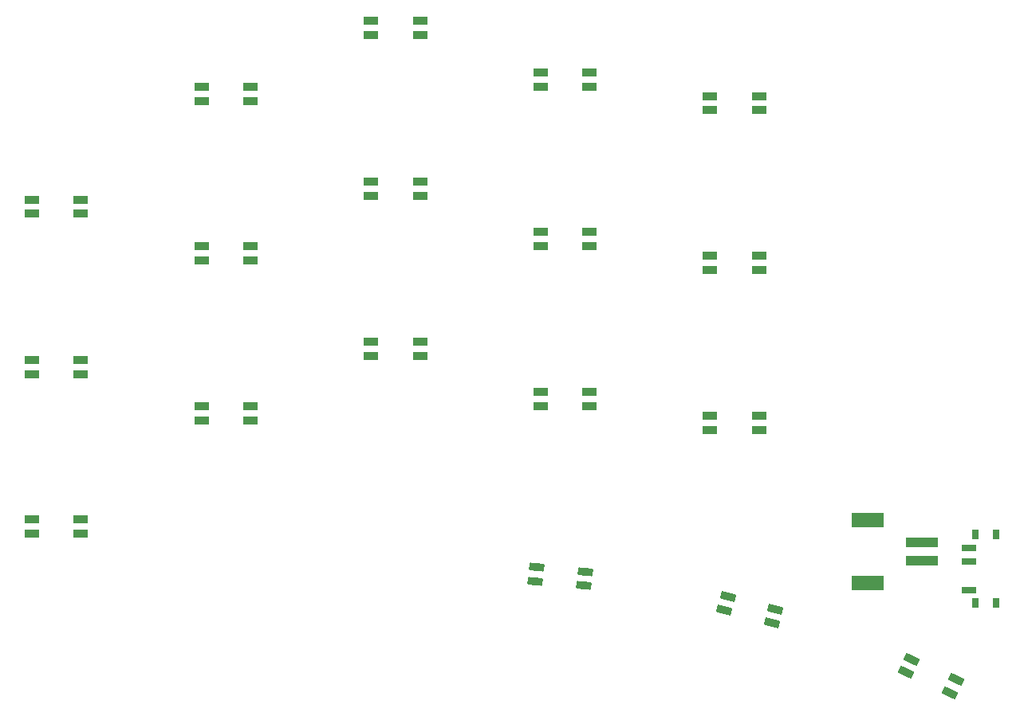
<source format=gbr>
%TF.GenerationSoftware,KiCad,Pcbnew,(6.0.4)*%
%TF.CreationDate,2022-10-21T08:01:46-04:00*%
%TF.ProjectId,half-swept,68616c66-2d73-4776-9570-742e6b696361,rev?*%
%TF.SameCoordinates,Original*%
%TF.FileFunction,Paste,Top*%
%TF.FilePolarity,Positive*%
%FSLAX46Y46*%
G04 Gerber Fmt 4.6, Leading zero omitted, Abs format (unit mm)*
G04 Created by KiCad (PCBNEW (6.0.4)) date 2022-10-21 08:01:46*
%MOMM*%
%LPD*%
G01*
G04 APERTURE LIST*
G04 Aperture macros list*
%AMRoundRect*
0 Rectangle with rounded corners*
0 $1 Rounding radius*
0 $2 $3 $4 $5 $6 $7 $8 $9 X,Y pos of 4 corners*
0 Add a 4 corners polygon primitive as box body*
4,1,4,$2,$3,$4,$5,$6,$7,$8,$9,$2,$3,0*
0 Add four circle primitives for the rounded corners*
1,1,$1+$1,$2,$3*
1,1,$1+$1,$4,$5*
1,1,$1+$1,$6,$7*
1,1,$1+$1,$8,$9*
0 Add four rect primitives between the rounded corners*
20,1,$1+$1,$2,$3,$4,$5,0*
20,1,$1+$1,$4,$5,$6,$7,0*
20,1,$1+$1,$6,$7,$8,$9,0*
20,1,$1+$1,$8,$9,$2,$3,0*%
G04 Aperture macros list end*
%ADD10R,3.500000X1.000000*%
%ADD11R,3.400000X1.500000*%
%ADD12R,0.800000X1.000000*%
%ADD13R,1.500000X0.700000*%
%ADD14RoundRect,0.082000X-0.718000X0.328000X-0.718000X-0.328000X0.718000X-0.328000X0.718000X0.328000X0*%
%ADD15RoundRect,0.082000X-0.686681X0.389330X-0.743855X-0.264174X0.686681X-0.389330X0.743855X0.264174X0*%
%ADD16RoundRect,0.082000X-0.608642X0.502656X-0.778427X-0.130992X0.608642X-0.502656X0.778427X0.130992X0*%
%ADD17RoundRect,0.082000X-0.512110X0.600709X-0.789348X0.006171X0.512110X-0.600709X0.789348X-0.006171X0*%
G04 APERTURE END LIST*
D10*
%TO.C,JST_PH2_SMT*%
X241415657Y-103496925D03*
X241415657Y-105496925D03*
D11*
X235665657Y-107846925D03*
X235665657Y-101146925D03*
%TD*%
D12*
%TO.C,REF\u002A\u002A*%
X249277611Y-109983619D03*
X247067611Y-102683619D03*
X249277611Y-102683619D03*
X247067611Y-109983619D03*
D13*
X246417611Y-108583619D03*
X246417611Y-105583619D03*
X246417611Y-104083619D03*
%TD*%
D14*
%TO.C,D34*%
X170135270Y-55073095D03*
X170135270Y-56573095D03*
X164935270Y-56573095D03*
X164935270Y-55073095D03*
%TD*%
%TO.C,D26*%
X188135269Y-82207095D03*
X188135269Y-83707095D03*
X182935269Y-83707095D03*
X182935269Y-82207095D03*
%TD*%
%TO.C,D31*%
X170135271Y-72047095D03*
X170135271Y-73547095D03*
X164935271Y-73547095D03*
X164935271Y-72047095D03*
%TD*%
%TO.C,D28*%
X170135270Y-89065095D03*
X170135270Y-90565095D03*
X164935270Y-90565095D03*
X164935270Y-89065095D03*
%TD*%
%TO.C,D32*%
X206135270Y-70523096D03*
X206135270Y-72023096D03*
X200935270Y-72023096D03*
X200935270Y-70523096D03*
%TD*%
%TO.C,D21*%
X224135269Y-56073095D03*
X224135269Y-57573095D03*
X218935269Y-57573095D03*
X218935269Y-56073095D03*
%TD*%
%TO.C,D19*%
X152135270Y-67073095D03*
X152135270Y-68573095D03*
X146935270Y-68573095D03*
X146935270Y-67073095D03*
%TD*%
%TO.C,D23*%
X188135270Y-65189095D03*
X188135270Y-66689095D03*
X182935270Y-66689095D03*
X182935270Y-65189095D03*
%TD*%
%TO.C,D22*%
X152135270Y-84123095D03*
X152135270Y-85623095D03*
X146935270Y-85623095D03*
X146935270Y-84123095D03*
%TD*%
%TO.C,D35*%
X206135271Y-53573095D03*
X206135271Y-55073095D03*
X200935271Y-55073095D03*
X200935271Y-53573095D03*
%TD*%
%TO.C,D25*%
X152135271Y-101073095D03*
X152135271Y-102573095D03*
X146935271Y-102573095D03*
X146935271Y-101073095D03*
%TD*%
%TO.C,D24*%
X224115270Y-73063096D03*
X224115270Y-74563096D03*
X218915270Y-74563096D03*
X218915270Y-73063096D03*
%TD*%
D15*
%TO.C,D30*%
X205683495Y-106621884D03*
X205552762Y-108116176D03*
X200372549Y-107662966D03*
X200503283Y-106168674D03*
%TD*%
D14*
%TO.C,D29*%
X206135270Y-87541096D03*
X206135270Y-89041096D03*
X200935270Y-89041096D03*
X200935270Y-87541096D03*
%TD*%
D16*
%TO.C,D33*%
X225855592Y-110644676D03*
X225467364Y-112093565D03*
X220444549Y-110747706D03*
X220832778Y-109298817D03*
%TD*%
D14*
%TO.C,D20*%
X188135270Y-48073095D03*
X188135270Y-49573095D03*
X182935270Y-49573095D03*
X182935270Y-48073095D03*
%TD*%
D17*
%TO.C,D36*%
X245055536Y-118118127D03*
X244421608Y-119477589D03*
X239708808Y-117279974D03*
X240342735Y-115920512D03*
%TD*%
D14*
%TO.C,D27*%
X224115270Y-90081095D03*
X224115270Y-91581095D03*
X218915270Y-91581095D03*
X218915270Y-90081095D03*
%TD*%
M02*

</source>
